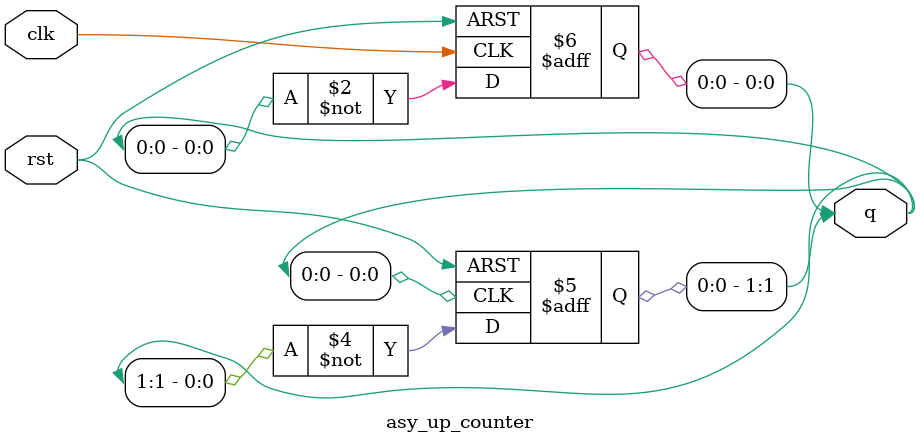
<source format=v>
module asy_up_counter(input clk,rst,output reg [1:0]q);
  always@(posedge clk or posedge rst)
begin
  if(rst)
    q[0]<=0;
  else
    q[0]<=~q[0];
end
  always@(negedge q[0]or posedge rst)
    begin
      if(rst)
        q[1]<=0;
    else
      q[1]<=~q[1];
  end
endmodule
      

</source>
